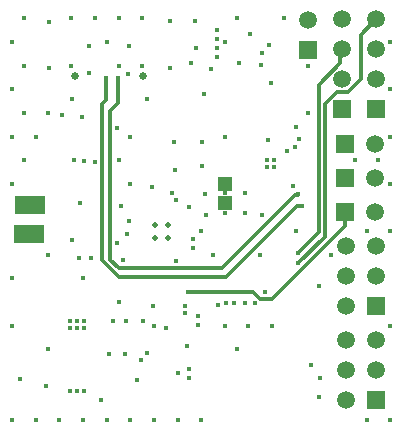
<source format=gbr>
%TF.GenerationSoftware,Altium Limited,Altium Designer,23.1.1 (15)*%
G04 Layer_Physical_Order=3*
G04 Layer_Color=16440176*
%FSLAX45Y45*%
%MOMM*%
%TF.SameCoordinates,F9E8136A-E86D-4813-A5E9-63B8E08E304F*%
%TF.FilePolarity,Positive*%
%TF.FileFunction,Copper,L3,Inr,Signal*%
%TF.Part,Single*%
G01*
G75*
%TA.AperFunction,Conductor*%
%ADD44C,0.30000*%
%TA.AperFunction,ComponentPad*%
%ADD48C,1.50000*%
%ADD49R,1.50000X1.50000*%
%TA.AperFunction,SMDPad,CuDef*%
%ADD50R,1.20000X1.20000*%
%TA.AperFunction,ComponentPad*%
%ADD51C,0.65000*%
%ADD52R,1.50000X1.50000*%
%TA.AperFunction,ViaPad*%
%ADD53R,2.52400X1.52400*%
%ADD54R,2.52400X1.52400*%
%ADD55C,0.45000*%
%ADD56C,0.50000*%
D44*
X10687500Y4882500D02*
X10690000Y4885000D01*
X11238817D01*
X11301317Y4822500D02*
X11396317D01*
X12020000Y5446183D01*
X11238817Y4885000D02*
X11301317Y4822500D01*
X10108032Y5010500D02*
X11010500D01*
X9960000Y5158532D02*
X10108032Y5010500D01*
X11010500D02*
X11609850Y5609850D01*
X10100000Y5085000D02*
X10972500D01*
X10027500Y5157500D02*
X10100000Y5085000D01*
X10972500D02*
X11594630Y5707130D01*
X11609850Y5609850D02*
X11649646D01*
X12039321Y6578000D02*
X12149430Y6688109D01*
Y7063430D01*
X11946745Y6578000D02*
X12039321D01*
X11977679Y6921679D02*
X11995000Y6939000D01*
X11977679Y6819000D02*
Y6921679D01*
X11798079Y6639400D02*
X11977679Y6819000D01*
X11798079Y5388079D02*
Y6639400D01*
X11621250Y5211250D02*
X11798079Y5388079D01*
X11621250Y5128750D02*
X11845079Y5352580D01*
Y6476334D02*
X11946745Y6578000D01*
X11845079Y5352580D02*
Y6476334D01*
X10027500Y6417495D02*
X10097190Y6487185D01*
X10027500Y5157500D02*
Y6417495D01*
X9995000Y6512020D02*
Y6697244D01*
X9995176Y6697419D01*
X10097190Y6487185D02*
Y6699500D01*
X9960000Y6477020D02*
X9995000Y6512020D01*
X9960000Y5158532D02*
Y6477020D01*
X11617130Y5707130D02*
X11620000Y5710000D01*
X11594630Y5707130D02*
X11617130D01*
X12020000Y5446183D02*
Y5560000D01*
X12149430Y7063430D02*
X12282500Y7196500D01*
D48*
X11702500Y7189000D02*
D03*
X11995000Y6685000D02*
D03*
Y6939000D02*
D03*
Y7193000D02*
D03*
X12028500Y4765000D02*
D03*
X12282500Y5019000D02*
D03*
X12028500D02*
D03*
X12282500Y5273000D02*
D03*
X12028500D02*
D03*
X12270000Y5850000D02*
D03*
X12274000Y6140000D02*
D03*
Y5560000D02*
D03*
X12282500Y7196500D02*
D03*
Y6942500D02*
D03*
Y6688500D02*
D03*
X12028500Y3968500D02*
D03*
X12282500Y4222500D02*
D03*
X12028500D02*
D03*
X12282500Y4476500D02*
D03*
X12028500D02*
D03*
D49*
X11702500Y6935000D02*
D03*
X11995000Y6431000D02*
D03*
X12282500Y4765000D02*
D03*
Y6434500D02*
D03*
Y3968500D02*
D03*
D50*
X11002500Y5802500D02*
D03*
Y5637500D02*
D03*
D51*
X9732000Y6710000D02*
D03*
X10310000D02*
D03*
D52*
X12016000Y5850000D02*
D03*
X12020000Y6140000D02*
D03*
Y5560000D02*
D03*
D53*
X9342500Y5377500D02*
D03*
D54*
X9352500Y5620000D02*
D03*
D55*
X10665000Y4710000D02*
D03*
Y4767500D02*
D03*
X11392500Y6657500D02*
D03*
X10687500Y4882500D02*
D03*
X11255000Y4787500D02*
D03*
X11342500Y4880000D02*
D03*
X10386000Y5775000D02*
D03*
X9770000Y5637500D02*
D03*
X11170000Y4787500D02*
D03*
X10938717Y4772500D02*
D03*
X11080000Y4787500D02*
D03*
X11007500D02*
D03*
X10587912Y5142500D02*
D03*
X10502700Y4578600D02*
D03*
X11802500Y4155000D02*
D03*
X10160000Y4640000D02*
D03*
X10305000Y4637500D02*
D03*
X10055000Y4635000D02*
D03*
X10576800Y5920000D02*
D03*
X10807500Y5952000D02*
D03*
Y6150000D02*
D03*
X10712500Y6822500D02*
D03*
X10087500Y5302500D02*
D03*
X10117500Y5612500D02*
D03*
X12400007Y7000004D02*
D03*
Y6600004D02*
D03*
Y6200003D02*
D03*
Y5800003D02*
D03*
Y5400003D02*
D03*
Y4600002D02*
D03*
Y3800002D02*
D03*
X12300007Y6000003D02*
D03*
X12200007Y5400003D02*
D03*
Y3800002D02*
D03*
X12100007Y6000003D02*
D03*
X11900006Y5200003D02*
D03*
X11700006Y6800004D02*
D03*
X11600006Y5400003D02*
D03*
X11500006Y7200004D02*
D03*
X11400006Y4600002D02*
D03*
X11300006Y5200003D02*
D03*
X11200006Y4600002D02*
D03*
X11100006Y7200004D02*
D03*
X11000006Y7000004D02*
D03*
Y6200003D02*
D03*
Y4600002D02*
D03*
X11100006Y4400002D02*
D03*
X10800006Y5400003D02*
D03*
X10900006Y5200003D02*
D03*
X10800006Y3800002D02*
D03*
X10700006Y5600003D02*
D03*
X10600006Y4200002D02*
D03*
Y3800002D02*
D03*
X10400006Y4600002D02*
D03*
Y3800002D02*
D03*
X10300006Y7200004D02*
D03*
Y6800004D02*
D03*
X10200006Y6200003D02*
D03*
Y5800003D02*
D03*
Y3800002D02*
D03*
X10100005Y7200004D02*
D03*
X10000005Y7000004D02*
D03*
X10100005Y6800004D02*
D03*
Y6000003D02*
D03*
Y4800003D02*
D03*
X10000005Y3800002D02*
D03*
X9900005Y7200004D02*
D03*
X9800005Y5000003D02*
D03*
Y3800002D02*
D03*
X9700005Y7200004D02*
D03*
Y6800004D02*
D03*
X9600005Y3800002D02*
D03*
X9500005Y6400003D02*
D03*
X9400005Y6200003D02*
D03*
X9500005Y5200003D02*
D03*
Y4400002D02*
D03*
X9400005Y3800002D02*
D03*
X9300005Y7200004D02*
D03*
X9200005Y7000004D02*
D03*
X9300005Y6800004D02*
D03*
X9200005Y6600004D02*
D03*
X9300005Y6400003D02*
D03*
X9200005Y6200003D02*
D03*
X9300005Y6000003D02*
D03*
X9200005Y5800003D02*
D03*
Y5000003D02*
D03*
Y4600002D02*
D03*
Y3800002D02*
D03*
X10567500Y6152500D02*
D03*
X11649646Y5609850D02*
D03*
X10695000Y4155000D02*
D03*
Y4232500D02*
D03*
X10837500Y5532500D02*
D03*
X11002500Y5555000D02*
D03*
X11170000D02*
D03*
Y5720000D02*
D03*
X11002500D02*
D03*
X10835000Y5717500D02*
D03*
X11702500Y6402500D02*
D03*
X11798350Y4936051D02*
D03*
X10770000Y4605000D02*
D03*
X9710000Y5320000D02*
D03*
X10090000Y6270000D02*
D03*
X9995176Y6697419D02*
D03*
X10185000Y6965000D02*
D03*
X10097190Y6699500D02*
D03*
X10182500Y6732500D02*
D03*
X9852500Y6737500D02*
D03*
X9900000Y5985000D02*
D03*
X11800500Y3992500D02*
D03*
X11595000Y6112500D02*
D03*
X10186924Y5485908D02*
D03*
X10172795Y5370908D02*
D03*
X9688918Y4046710D02*
D03*
X9748918D02*
D03*
X9808917D02*
D03*
X9807227Y4636687D02*
D03*
X9747227D02*
D03*
X9687228D02*
D03*
X9807227Y4576687D02*
D03*
X9747227D02*
D03*
X9687228D02*
D03*
X11314646Y5537350D02*
D03*
X10770000Y4682500D02*
D03*
X10587500Y5665000D02*
D03*
X10548500Y5720000D02*
D03*
X10885000Y6770000D02*
D03*
X10930000Y7105000D02*
D03*
X10535000Y7175000D02*
D03*
X10537500Y6777500D02*
D03*
X10342500Y6520000D02*
D03*
X9702500Y6515000D02*
D03*
X9507500Y7170000D02*
D03*
Y6780000D02*
D03*
X11310000Y6805000D02*
D03*
X10825000Y6560000D02*
D03*
X9793938Y6367379D02*
D03*
X9623938Y6382379D02*
D03*
X9808938Y5994879D02*
D03*
X9726438Y5997379D02*
D03*
X9485000Y4087500D02*
D03*
X11731842Y4268159D02*
D03*
X9267500Y4145000D02*
D03*
X10680000Y4425000D02*
D03*
X10390000Y4767500D02*
D03*
X9952500Y3967500D02*
D03*
X10260000Y4137500D02*
D03*
X10290000Y4307500D02*
D03*
X11420000Y5938604D02*
D03*
Y6000000D02*
D03*
X11359904D02*
D03*
Y5938604D02*
D03*
X9865000Y5170000D02*
D03*
X9767500D02*
D03*
X10022500Y4360000D02*
D03*
X10157500Y4362500D02*
D03*
X10345000Y4370000D02*
D03*
X11580000Y5780000D02*
D03*
X10730000Y5330000D02*
D03*
X10728403Y5259618D02*
D03*
X10135000Y5157500D02*
D03*
X11120000Y6822500D02*
D03*
X10932500Y6947500D02*
D03*
X10755000Y6950000D02*
D03*
X10747500Y7180000D02*
D03*
X10932500Y7027500D02*
D03*
X11312500Y6905000D02*
D03*
X11370000Y6972500D02*
D03*
X10932500Y6870000D02*
D03*
X11210000Y7065000D02*
D03*
X11599634Y6281911D02*
D03*
X11621250Y5128750D02*
D03*
X11621250Y5211250D02*
D03*
X11620000Y5710000D02*
D03*
X11530000Y6080000D02*
D03*
X11367134Y6171911D02*
D03*
X11630000Y6180000D02*
D03*
X9850000Y6970000D02*
D03*
D56*
X10405000Y5345000D02*
D03*
Y5455000D02*
D03*
X10515000D02*
D03*
Y5345000D02*
D03*
%TF.MD5,c43c3daffddf8a9cedad2b56c34df9a5*%
M02*

</source>
